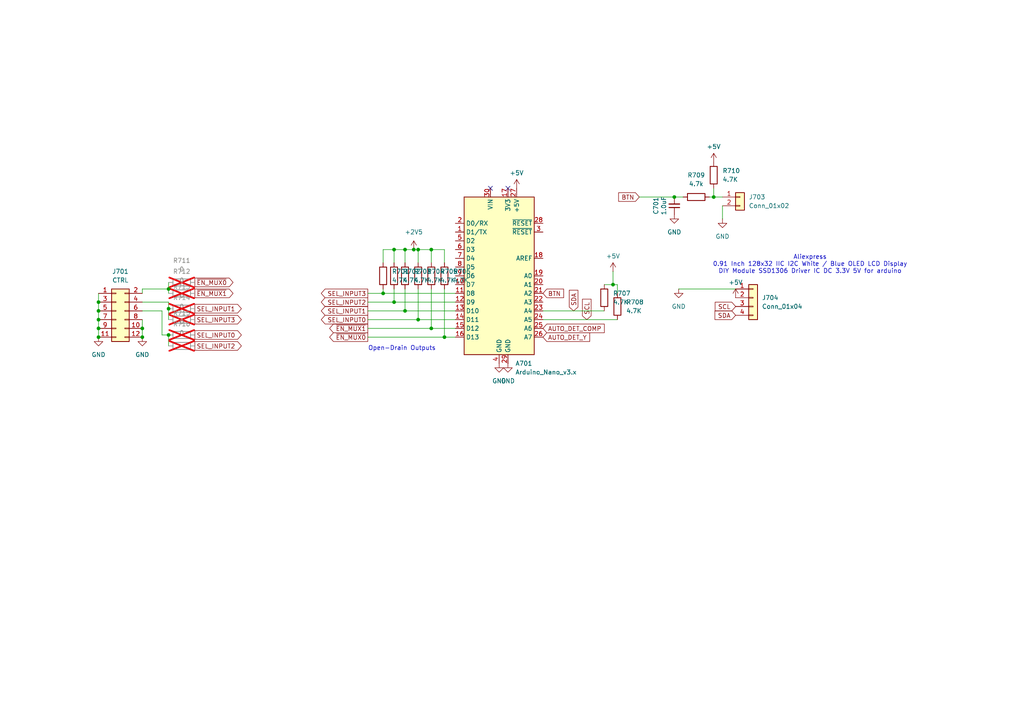
<source format=kicad_sch>
(kicad_sch (version 20250114) (generator "eeschema") (generator_version "9.0")
  (paper "A4")
  (lib_symbols
    (symbol "Connector_Generic:Conn_01x02" (pin_names (offset 1.016) (hide yes))
      (property "Reference" "J" (at 0 2.54 0))
      (property "Value" "Conn_01x02" (at 0 -5.08 0))
      (symbol "Conn_01x02_1_1"
        (rectangle (start -1.27 1.27) (end 1.27 -3.81) (stroke (width 0.254)) (fill (type background)))
        (rectangle (start -1.27 0.127) (end 0 -0.127) (stroke (width 0.1524)))
        (rectangle (start -1.27 -2.413) (end 0 -2.667) (stroke (width 0.1524)))
        (pin passive line (at -5.08 0 0) (length 3.81) (name "Pin_1") (number "1"))
        (pin passive line (at -5.08 -2.54 0) (length 3.81) (name "Pin_2") (number "2"))
      )
    )
    (symbol "Connector_Generic:Conn_01x04" (pin_names (offset 1.016) (hide yes))
      (property "Reference" "J" (at 0 5.08 0))
      (property "Value" "Conn_01x04" (at 0 -7.62 0))
      (symbol "Conn_01x04_1_1"
        (rectangle (start -1.27 3.81) (end 1.27 -6.35) (stroke (width 0.254)) (fill (type background)))
        (rectangle (start -1.27 2.667) (end 0 2.413) (stroke (width 0.1524)))
        (rectangle (start -1.27 0.127) (end 0 -0.127) (stroke (width 0.1524)))
        (rectangle (start -1.27 -2.413) (end 0 -2.667) (stroke (width 0.1524)))
        (rectangle (start -1.27 -4.953) (end 0 -5.207) (stroke (width 0.1524)))
        (pin passive line (at -5.08 2.54 0) (length 3.81) (name "Pin_1") (number "1"))
        (pin passive line (at -5.08 0 0) (length 3.81) (name "Pin_2") (number "2"))
        (pin passive line (at -5.08 -2.54 0) (length 3.81) (name "Pin_3") (number "3"))
        (pin passive line (at -5.08 -5.08 0) (length 3.81) (name "Pin_4") (number "4"))
      )
    )
    (symbol "Connector_Generic:Conn_02x06_Odd_Even" (pin_names (offset 1.016) (hide yes))
      (property "Reference" "J" (at 1.27 7.62 0))
      (property "Value" "Conn_02x06_Odd_Even" (at 1.27 -10.16 0))
      (symbol "Conn_02x06_Odd_Even_1_1"
        (rectangle (start -1.27 6.35) (end 3.81 -8.89) (stroke (width 0.254)) (fill (type background)))
        (rectangle (start -1.27 5.207) (end 0 4.953) (stroke (width 0.1524)))
        (rectangle (start -1.27 2.667) (end 0 2.413) (stroke (width 0.1524)))
        (rectangle (start -1.27 0.127) (end 0 -0.127) (stroke (width 0.1524)))
        (rectangle (start -1.27 -2.413) (end 0 -2.667) (stroke (width 0.1524)))
        (rectangle (start -1.27 -4.953) (end 0 -5.207) (stroke (width 0.1524)))
        (rectangle (start -1.27 -7.493) (end 0 -7.747) (stroke (width 0.1524)))
        (rectangle (start 3.81 5.207) (end 2.54 4.953) (stroke (width 0.1524)))
        (rectangle (start 3.81 2.667) (end 2.54 2.413) (stroke (width 0.1524)))
        (rectangle (start 3.81 0.127) (end 2.54 -0.127) (stroke (width 0.1524)))
        (rectangle (start 3.81 -2.413) (end 2.54 -2.667) (stroke (width 0.1524)))
        (rectangle (start 3.81 -4.953) (end 2.54 -5.207) (stroke (width 0.1524)))
        (rectangle (start 3.81 -7.493) (end 2.54 -7.747) (stroke (width 0.1524)))
        (pin passive line (at -5.08 5.08 0) (length 3.81) (name "Pin_1") (number "1"))
        (pin passive line (at -5.08 2.54 0) (length 3.81) (name "Pin_3") (number "3"))
        (pin passive line (at -5.08 0 0) (length 3.81) (name "Pin_5") (number "5"))
        (pin passive line (at -5.08 -2.54 0) (length 3.81) (name "Pin_7") (number "7"))
        (pin passive line (at -5.08 -5.08 0) (length 3.81) (name "Pin_9") (number "9"))
        (pin passive line (at -5.08 -7.62 0) (length 3.81) (name "Pin_11") (number "11"))
        (pin passive line (at 7.62 5.08 180) (length 3.81) (name "Pin_2") (number "2"))
        (pin passive line (at 7.62 2.54 180) (length 3.81) (name "Pin_4") (number "4"))
        (pin passive line (at 7.62 0 180) (length 3.81) (name "Pin_6") (number "6"))
        (pin passive line (at 7.62 -2.54 180) (length 3.81) (name "Pin_8") (number "8"))
        (pin passive line (at 7.62 -5.08 180) (length 3.81) (name "Pin_10") (number "10"))
        (pin passive line (at 7.62 -7.62 180) (length 3.81) (name "Pin_12") (number "12"))
      )
    )
    (symbol "Device:C_Small" (pin_numbers (hide yes)) (pin_names (offset 0.254) (hide yes))
      (property "Reference" "C" (at 0.254 1.778 0))
      (property "Value" "C_Small" (at 0.254 -2.032 0))
      (symbol "C_Small_0_1"
        (polyline (pts (xy -1.524 0.508) (xy 1.524 0.508)) (stroke (width 0.3048)))
        (polyline (pts (xy -1.524 -0.508) (xy 1.524 -0.508)) (stroke (width 0.3302)))
      )
      (symbol "C_Small_1_1"
        (pin passive line (at 0 2.54 270) (length 2.032) (name "~") (number "1"))
        (pin passive line (at 0 -2.54 90) (length 2.032) (name "~") (number "2"))
      )
    )
    (symbol "Device:R" (pin_numbers (hide yes)) (pin_names (offset 0))
      (property "Reference" "R" (at 2.032 0 90))
      (property "Value" "R" (at 0 0 90))
      (symbol "R_0_1"
        (rectangle (start -1.016 -2.54) (end 1.016 2.54) (stroke (width 0.254)))
      )
      (symbol "R_1_1"
        (pin passive line (at 0 3.81 270) (length 1.27) (name "~") (number "1"))
        (pin passive line (at 0 -3.81 90) (length 1.27) (name "~") (number "2"))
      )
    )
    (symbol "MCU_Module:Arduino_Nano_v3.x"
      (property "Reference" "A" (at -10.16 23.495 0))
      (property "Value" "Arduino_Nano_v3.x" (at 5.08 -24.13 0))
      (symbol "Arduino_Nano_v3.x_0_1"
        (rectangle (start -10.16 22.86) (end 10.16 -22.86) (stroke (width 0.254)) (fill (type background)))
      )
      (symbol "Arduino_Nano_v3.x_1_1"
        (pin bidirectional line (at -12.7 15.24 0) (length 2.54) (name "D0/RX") (number "2"))
        (pin bidirectional line (at -12.7 12.7 0) (length 2.54) (name "D1/TX") (number "1"))
        (pin bidirectional line (at -12.7 10.16 0) (length 2.54) (name "D2") (number "5"))
        (pin bidirectional line (at -12.7 7.62 0) (length 2.54) (name "D3") (number "6"))
        (pin bidirectional line (at -12.7 5.08 0) (length 2.54) (name "D4") (number "7"))
        (pin bidirectional line (at -12.7 2.54 0) (length 2.54) (name "D5") (number "8"))
        (pin bidirectional line (at -12.7 0 0) (length 2.54) (name "D6") (number "9"))
        (pin bidirectional line (at -12.7 -2.54 0) (length 2.54) (name "D7") (number "10"))
        (pin bidirectional line (at -12.7 -5.08 0) (length 2.54) (name "D8") (number "11"))
        (pin bidirectional line (at -12.7 -7.62 0) (length 2.54) (name "D9") (number "12"))
        (pin bidirectional line (at -12.7 -10.16 0) (length 2.54) (name "D10") (number "13"))
        (pin bidirectional line (at -12.7 -12.7 0) (length 2.54) (name "D11") (number "14"))
        (pin bidirectional line (at -12.7 -15.24 0) (length 2.54) (name "D12") (number "15"))
        (pin bidirectional line (at -12.7 -17.78 0) (length 2.54) (name "D13") (number "16"))
        (pin power_in line (at -2.54 25.4 270) (length 2.54) (name "VIN") (number "30"))
        (pin power_in line (at 0 -25.4 90) (length 2.54) (name "GND") (number "4"))
        (pin power_out line (at 2.54 25.4 270) (length 2.54) (name "3V3") (number "17"))
        (pin power_in line (at 2.54 -25.4 90) (length 2.54) (name "GND") (number "29"))
        (pin power_out line (at 5.08 25.4 270) (length 2.54) (name "+5V") (number "27"))
        (pin input line (at 12.7 15.24 180) (length 2.54) (name "~{RESET}") (number "28"))
        (pin input line (at 12.7 12.7 180) (length 2.54) (name "~{RESET}") (number "3"))
        (pin input line (at 12.7 5.08 180) (length 2.54) (name "AREF") (number "18"))
        (pin bidirectional line (at 12.7 0 180) (length 2.54) (name "A0") (number "19"))
        (pin bidirectional line (at 12.7 -2.54 180) (length 2.54) (name "A1") (number "20"))
        (pin bidirectional line (at 12.7 -5.08 180) (length 2.54) (name "A2") (number "21"))
        (pin bidirectional line (at 12.7 -7.62 180) (length 2.54) (name "A3") (number "22"))
        (pin bidirectional line (at 12.7 -10.16 180) (length 2.54) (name "A4") (number "23"))
        (pin bidirectional line (at 12.7 -12.7 180) (length 2.54) (name "A5") (number "24"))
        (pin bidirectional line (at 12.7 -15.24 180) (length 2.54) (name "A6") (number "25"))
        (pin bidirectional line (at 12.7 -17.78 180) (length 2.54) (name "A7") (number "26"))
      )
    )
    (symbol "power:+2V5" (power) (pin_numbers (hide yes)) (pin_names (offset 0) (hide yes))
      (property "Value" "+2V5" (at 0 3.556 0))
      (symbol "+2V5_0_1"
        (polyline (pts (xy -0.762 1.27) (xy 0 2.54)))
        (polyline (pts (xy 0 2.54) (xy 0.762 1.27)))
        (polyline (pts (xy 0 0) (xy 0 2.54)))
      )
      (symbol "+2V5_1_1"
        (pin power_in line (at 0 0 90) (length 0) (name "~") (number "1"))
      )
    )
    (symbol "power:+5V" (power) (pin_numbers (hide yes)) (pin_names (offset 0) (hide yes))
      (property "Value" "+5V" (at 0 3.556 0))
      (symbol "+5V_0_1"
        (polyline (pts (xy -0.762 1.27) (xy 0 2.54)))
        (polyline (pts (xy 0 2.54) (xy 0.762 1.27)))
        (polyline (pts (xy 0 0) (xy 0 2.54)))
      )
      (symbol "+5V_1_1"
        (pin power_in line (at 0 0 90) (length 0) (name "~") (number "1"))
      )
    )
    (symbol "power:GND" (power) (pin_numbers (hide yes)) (pin_names (offset 0) (hide yes))
      (property "Value" "GND" (at 0 -3.81 0))
      (symbol "GND_0_1"
        (polyline (pts (xy 0 0) (xy 0 -1.27) (xy 1.27 -1.27) (xy 0 -2.54) (xy -1.27 -1.27) (xy 0 -1.27)))
      )
      (symbol "GND_1_1"
        (pin power_in line (at 0 0 270) (length 0) (name "~") (number "1"))
      )
    )
  )
  (text "Open-Drain Outputs" (at 116.586 101.092 0) (effects (font (size 1.27 1.27))))
  (text "Aliexpress\n0.91 Inch 128x32 IIC I2C White / Blue OLED LCD Display\nDIY Module SSD1306 Driver IC DC 3.3V 5V for arduino" (at 234.95 76.708 0) (effects (font (size 1.27 1.27))))
  (junction (at 48.895 83.82))
  (junction (at 117.475 72.39))
  (junction (at 111.125 85.09))
  (junction (at 41.275 97.79))
  (junction (at 117.475 90.17))
  (junction (at 207.01 57.15))
  (junction (at 125.095 72.39))
  (junction (at 125.095 95.25))
  (junction (at 28.575 95.25))
  (junction (at 48.895 89.535))
  (junction (at 28.575 87.63))
  (junction (at 120.015 72.39))
  (junction (at 195.58 57.15))
  (junction (at 177.8 82.55))
  (junction (at 28.575 92.71))
  (junction (at 28.575 90.17))
  (junction (at 121.285 72.39))
  (junction (at 41.275 95.25))
  (junction (at 114.3 72.39))
  (junction (at 128.905 97.79))
  (junction (at 121.285 92.71))
  (junction (at 28.575 97.79))
  (junction (at 114.3 87.63))
  (junction (at 48.895 97.155))
  (no_connect (at 142.24 54.61))
  (no_connect (at 147.32 54.61))
  (wire (pts (xy 121.285 76.2) (xy 121.285 72.39)))
  (wire (pts (xy 205.74 57.15) (xy 207.01 57.15)))
  (wire (pts (xy 28.575 95.25) (xy 28.575 97.79)))
  (wire (pts (xy 114.3 76.2) (xy 114.3 72.39)))
  (wire (pts (xy 128.905 72.39) (xy 125.095 72.39)))
  (wire (pts (xy 46.99 97.155) (xy 48.895 97.155)))
  (wire (pts (xy 175.26 82.55) (xy 177.8 82.55)))
  (wire (pts (xy 28.575 90.17) (xy 28.575 92.71)))
  (wire (pts (xy 106.68 87.63) (xy 114.3 87.63)))
  (wire (pts (xy 48.895 83.82) (xy 48.895 85.09)))
  (wire (pts (xy 41.275 87.63) (xy 48.895 87.63)))
  (wire (pts (xy 111.125 76.2) (xy 111.125 72.39)))
  (wire (pts (xy 196.85 83.82) (xy 213.36 83.82)))
  (wire (pts (xy 128.905 83.82) (xy 128.905 97.79)))
  (wire (pts (xy 106.68 90.17) (xy 117.475 90.17)))
  (wire (pts (xy 177.8 82.55) (xy 179.07 82.55)))
  (wire (pts (xy 106.68 85.09) (xy 111.125 85.09)))
  (wire (pts (xy 41.275 92.71) (xy 41.275 95.25)))
  (wire (pts (xy 28.575 85.09) (xy 28.575 87.63)))
  (wire (pts (xy 114.3 83.82) (xy 114.3 87.63)))
  (wire (pts (xy 114.3 87.63) (xy 132.08 87.63)))
  (wire (pts (xy 179.07 85.09) (xy 179.07 82.55)))
  (wire (pts (xy 41.275 90.17) (xy 46.99 90.17)))
  (wire (pts (xy 120.015 72.39) (xy 121.285 72.39)))
  (wire (pts (xy 111.125 72.39) (xy 114.3 72.39)))
  (wire (pts (xy 41.275 85.09) (xy 41.275 83.82)))
  (wire (pts (xy 121.285 72.39) (xy 125.095 72.39)))
  (wire (pts (xy 46.99 90.17) (xy 46.99 97.155)))
  (wire (pts (xy 209.55 59.69) (xy 209.55 63.5)))
  (wire (pts (xy 117.475 90.17) (xy 132.08 90.17)))
  (wire (pts (xy 111.125 83.82) (xy 111.125 85.09)))
  (wire (pts (xy 117.475 72.39) (xy 117.475 76.2)))
  (wire (pts (xy 157.48 90.17) (xy 175.26 90.17)))
  (wire (pts (xy 195.58 57.15) (xy 198.12 57.15)))
  (wire (pts (xy 48.895 87.63) (xy 48.895 89.535)))
  (wire (pts (xy 106.68 92.71) (xy 121.285 92.71)))
  (wire (pts (xy 41.275 95.25) (xy 41.275 97.79)))
  (wire (pts (xy 125.095 95.25) (xy 132.08 95.25)))
  (wire (pts (xy 48.895 83.82) (xy 48.895 81.915)))
  (wire (pts (xy 106.68 97.79) (xy 128.905 97.79)))
  (wire (pts (xy 114.3 72.39) (xy 117.475 72.39)))
  (wire (pts (xy 48.895 89.535) (xy 48.895 92.71)))
  (wire (pts (xy 41.275 83.82) (xy 48.895 83.82)))
  (wire (pts (xy 207.01 54.61) (xy 207.01 57.15)))
  (wire (pts (xy 106.68 95.25) (xy 125.095 95.25)))
  (wire (pts (xy 207.01 57.15) (xy 209.55 57.15)))
  (wire (pts (xy 128.905 76.2) (xy 128.905 72.39)))
  (wire (pts (xy 48.895 97.155) (xy 48.895 100.33)))
  (wire (pts (xy 125.095 83.82) (xy 125.095 95.25)))
  (wire (pts (xy 117.475 72.39) (xy 120.015 72.39)))
  (wire (pts (xy 121.285 92.71) (xy 132.08 92.71)))
  (wire (pts (xy 128.905 97.79) (xy 132.08 97.79)))
  (wire (pts (xy 177.8 78.74) (xy 177.8 82.55)))
  (wire (pts (xy 125.095 76.2) (xy 125.095 72.39)))
  (wire (pts (xy 185.42 57.15) (xy 195.58 57.15)))
  (wire (pts (xy 111.125 85.09) (xy 132.08 85.09)))
  (wire (pts (xy 28.575 92.71) (xy 28.575 95.25)))
  (wire (pts (xy 157.48 92.71) (xy 179.07 92.71)))
  (wire (pts (xy 121.285 83.82) (xy 121.285 92.71)))
  (wire (pts (xy 28.575 87.63) (xy 28.575 90.17)))
  (wire (pts (xy 117.475 83.82) (xy 117.475 90.17)))
  (global_label "AUTO_DET_Y" (shape input) (at 157.48 97.79 0) (property "Intersheetrefs" "${INTERSHEET_REFS}" (effects (hide yes))))
  (global_label "SEL_INPUT0" (shape output) (at 106.68 92.71 180) (property "Intersheetrefs" "${INTERSHEET_REFS}" (effects (hide yes))))
  (global_label "~{EN_MUX1}" (shape output) (at 56.515 85.09 0) (property "Intersheetrefs" "${INTERSHEET_REFS}" (effects (hide yes))))
  (global_label "SEL_INPUT2" (shape output) (at 56.515 100.33 0) (property "Intersheetrefs" "${INTERSHEET_REFS}" (effects (hide yes))))
  (global_label "BTN" (shape input) (at 157.48 85.09 0) (property "Intersheetrefs" "${INTERSHEET_REFS}" (effects (hide yes))))
  (global_label "SDA" (shape input) (at 166.37 90.17 90) (property "Intersheetrefs" "${INTERSHEET_REFS}" (effects (hide yes))))
  (global_label "BTN" (shape input) (at 185.42 57.15 180) (property "Intersheetrefs" "${INTERSHEET_REFS}" (effects (hide yes))))
  (global_label "SCL" (shape input) (at 213.36 88.9 180) (property "Intersheetrefs" "${INTERSHEET_REFS}" (effects (hide yes))))
  (global_label "~{EN_MUX1}" (shape output) (at 106.68 95.25 180) (property "Intersheetrefs" "${INTERSHEET_REFS}" (effects (hide yes))))
  (global_label "SEL_INPUT0" (shape output) (at 56.515 97.155 0) (property "Intersheetrefs" "${INTERSHEET_REFS}" (effects (hide yes))))
  (global_label "SEL_INPUT3" (shape output) (at 56.515 92.71 0) (property "Intersheetrefs" "${INTERSHEET_REFS}" (effects (hide yes))))
  (global_label "SEL_INPUT1" (shape output) (at 106.68 90.17 180) (property "Intersheetrefs" "${INTERSHEET_REFS}" (effects (hide yes))))
  (global_label "SEL_INPUT3" (shape output) (at 106.68 85.09 180) (property "Intersheetrefs" "${INTERSHEET_REFS}" (effects (hide yes))))
  (global_label "~{EN_MUX0}" (shape output) (at 56.515 81.915 0) (property "Intersheetrefs" "${INTERSHEET_REFS}" (effects (hide yes))))
  (global_label "SEL_INPUT1" (shape output) (at 56.515 89.535 0) (property "Intersheetrefs" "${INTERSHEET_REFS}" (effects (hide yes))))
  (global_label "SDA" (shape input) (at 213.36 91.44 180) (property "Intersheetrefs" "${INTERSHEET_REFS}" (effects (hide yes))))
  (global_label "SCL" (shape input) (at 170.18 92.71 90) (property "Intersheetrefs" "${INTERSHEET_REFS}" (effects (hide yes))))
  (global_label "AUTO_DET_COMP" (shape input) (at 157.48 95.25 0) (property "Intersheetrefs" "${INTERSHEET_REFS}" (effects (hide yes))))
  (global_label "SEL_INPUT2" (shape output) (at 106.68 87.63 180) (property "Intersheetrefs" "${INTERSHEET_REFS}" (effects (hide yes))))
  (global_label "~{EN_MUX0}" (shape output) (at 106.68 97.79 180) (property "Intersheetrefs" "${INTERSHEET_REFS}" (effects (hide yes))))
  (symbol (lib_id "Connector_Generic:Conn_01x02") (at 214.63 57.15 0) (unit 1)
    (property "Reference" "J703" (at 217.17 57.1499 0) (effects (justify left)))
    (property "Value" "Conn_01x02" (at 217.17 59.6899 0) (effects (justify left)))
    (property "Footprint" "Connector_PinHeader_2.54mm:PinHeader_1x02_P2.54mm_Vertical" (effects (hide yes)))
    (property "Description" "Generic connector, single row, 01x02, script generated (kicad-library-utils/schlib/autogen/connector/)" (effects (hide yes)))
  )
  (symbol (lib_id "Device:R") (at 52.705 81.915 90) (unit 1) (dnp yes)
    (property "Reference" "R711" (at 52.705 75.565 90))
    (property "Value" "0" (at 52.705 78.105 90))
    (property "Footprint" "Resistor_SMD:R_0805_2012Metric" (effects (hide yes)))
    (property "Description" "Resistor" (effects (hide yes)))
  )
  (symbol (lib_id "Device:R") (at 114.3 80.01 0) (unit 1)
    (property "Reference" "R702" (at 116.84 78.7399 0) (effects (justify left)))
    (property "Value" "4.7K" (at 116.84 81.2799 0) (effects (justify left)))
    (property "Footprint" "Resistor_SMD:R_0805_2012Metric" (effects (hide yes)))
    (property "Description" "Resistor" (effects (hide yes)))
  )
  (symbol (lib_id "Device:R") (at 117.475 80.01 0) (unit 1)
    (property "Reference" "R703" (at 120.015 78.7399 0) (effects (justify left)))
    (property "Value" "4.7K" (at 120.015 81.2799 0) (effects (justify left)))
    (property "Footprint" "Resistor_SMD:R_0805_2012Metric" (effects (hide yes)))
    (property "Description" "Resistor" (effects (hide yes)))
  )
  (symbol (lib_id "Device:R") (at 52.705 92.71 90) (unit 1) (dnp yes)
    (property "Reference" "R714" (at 52.705 86.36 90))
    (property "Value" "0" (at 52.705 88.9 90))
    (property "Footprint" "Resistor_SMD:R_0805_2012Metric" (effects (hide yes)))
    (property "Description" "Resistor" (effects (hide yes)))
  )
  (symbol (lib_id "Device:R") (at 52.705 89.535 90) (unit 1) (dnp yes)
    (property "Reference" "R713" (at 52.705 83.185 90))
    (property "Value" "0" (at 52.705 85.725 90))
    (property "Footprint" "Resistor_SMD:R_0805_2012Metric" (effects (hide yes)))
    (property "Description" "Resistor" (effects (hide yes)))
  )
  (symbol (lib_id "power:+5V") (at 213.36 86.36 0) (unit 1)
    (property "Reference" "#PWR0705" (effects (hide yes)))
    (property "Value" "+5V" (at 213.36 81.915 0))
    (property "Description" "Power symbol creates a global label with name \"+5V\"" (effects (hide yes)))
  )
  (symbol (lib_id "power:GND") (at 209.55 63.5 0) (unit 1)
    (property "Reference" "#PWR0714" (effects (hide yes)))
    (property "Value" "GND" (at 209.55 68.58 0))
    (property "Description" "Power symbol creates a global label with name \"GND\" , ground" (effects (hide yes)))
  )
  (symbol (lib_id "Device:C_Small") (at 195.58 59.69 180) (unit 1)
    (property "Reference" "C701" (at 190.246 59.69 90))
    (property "Value" "1.0uF" (at 192.532 59.69 90))
    (property "Footprint" "Capacitor_SMD:C_0402_1005Metric" (effects (hide yes)))
    (property "Description" "Unpolarized capacitor, small symbol" (effects (hide yes)))
  )
  (symbol (lib_id "power:GND") (at 144.78 105.41 0) (unit 1)
    (property "Reference" "#PWR0710" (effects (hide yes)))
    (property "Value" "GND" (at 144.78 110.49 0))
    (property "Description" "Power symbol creates a global label with name \"GND\" , ground" (effects (hide yes)))
  )
  (symbol (lib_id "Device:R") (at 179.07 88.9 0) (unit 1)
    (property "Reference" "R708" (at 181.61 87.6299 0) (effects (justify left)))
    (property "Value" "4.7K" (at 181.61 90.1699 0) (effects (justify left)))
    (property "Footprint" "Resistor_SMD:R_0805_2012Metric" (effects (hide yes)))
    (property "Description" "Resistor" (effects (hide yes)))
  )
  (symbol (lib_id "power:GND") (at 41.275 97.79 0) (unit 1)
    (property "Reference" "#PWR0703" (effects (hide yes)))
    (property "Value" "GND" (at 41.275 102.87 0))
    (property "Description" "Power symbol creates a global label with name \"GND\" , ground" (effects (hide yes)))
  )
  (symbol (lib_id "Device:R") (at 111.125 80.01 0) (unit 1)
    (property "Reference" "R701" (at 113.665 78.7399 0) (effects (justify left)))
    (property "Value" "4.7K" (at 113.665 81.2799 0) (effects (justify left)))
    (property "Footprint" "Resistor_SMD:R_0805_2012Metric" (effects (hide yes)))
    (property "Description" "Resistor" (effects (hide yes)))
  )
  (symbol (lib_id "power:GND") (at 147.32 105.41 0) (unit 1)
    (property "Reference" "#PWR0711" (effects (hide yes)))
    (property "Value" "GND" (at 147.32 110.49 0))
    (property "Description" "Power symbol creates a global label with name \"GND\" , ground" (effects (hide yes)))
  )
  (symbol (lib_id "Device:R") (at 52.705 85.09 90) (unit 1) (dnp yes)
    (property "Reference" "R712" (at 52.705 78.74 90))
    (property "Value" "0" (at 52.705 81.28 90))
    (property "Footprint" "Resistor_SMD:R_0805_2012Metric" (effects (hide yes)))
    (property "Description" "Resistor" (effects (hide yes)))
  )
  (symbol (lib_id "Device:R") (at 201.93 57.15 90) (unit 1)
    (property "Reference" "R709" (at 201.93 50.8 90))
    (property "Value" "4.7k" (at 201.93 53.34 90))
    (property "Footprint" "Resistor_SMD:R_0805_2012Metric" (effects (hide yes)))
    (property "Description" "Resistor" (effects (hide yes)))
  )
  (symbol (lib_id "Device:R") (at 207.01 50.8 0) (unit 1)
    (property "Reference" "R710" (at 209.55 49.5299 0) (effects (justify left)))
    (property "Value" "4.7K" (at 209.55 52.0699 0) (effects (justify left)))
    (property "Footprint" "Resistor_SMD:R_0805_2012Metric" (effects (hide yes)))
    (property "Description" "Resistor" (effects (hide yes)))
  )
  (symbol (lib_id "Device:R") (at 125.095 80.01 0) (unit 1)
    (property "Reference" "R705" (at 127.635 78.7399 0) (effects (justify left)))
    (property "Value" "4.7K" (at 127.635 81.2799 0) (effects (justify left)))
    (property "Footprint" "Resistor_SMD:R_0805_2012Metric" (effects (hide yes)))
    (property "Description" "Resistor" (effects (hide yes)))
  )
  (symbol (lib_id "MCU_Module:Arduino_Nano_v3.x") (at 144.78 80.01 0) (unit 1)
    (property "Reference" "A701" (at 149.4633 105.41 0) (effects (justify left)))
    (property "Value" "Arduino_Nano_v3.x" (at 149.4633 107.95 0) (effects (justify left)))
    (property "Footprint" "Module:Arduino_Nano" (effects (hide yes)))
    (property "Datasheet" "http://www.mouser.com/pdfdocs/Gravitech_Arduino_Nano3_0.pdf" (effects (hide yes)))
    (property "Description" "Arduino Nano v3.x" (effects (hide yes)))
  )
  (symbol (lib_id "power:+5V") (at 177.8 78.74 0) (unit 1)
    (property "Reference" "#PWR0706" (effects (hide yes)))
    (property "Value" "+5V" (at 177.8 74.295 0))
    (property "Description" "Power symbol creates a global label with name \"+5V\"" (effects (hide yes)))
  )
  (symbol (lib_id "power:GND") (at 196.85 83.82 0) (unit 1)
    (property "Reference" "#PWR0713" (effects (hide yes)))
    (property "Value" "GND" (at 196.85 88.9 0))
    (property "Description" "Power symbol creates a global label with name \"GND\" , ground" (effects (hide yes)))
  )
  (symbol (lib_id "Device:R") (at 52.705 100.33 90) (unit 1) (dnp yes)
    (property "Reference" "R716" (at 52.705 93.98 90))
    (property "Value" "0" (at 52.705 96.52 90))
    (property "Footprint" "Resistor_SMD:R_0805_2012Metric" (effects (hide yes)))
    (property "Description" "Resistor" (effects (hide yes)))
  )
  (symbol (lib_id "power:+5V") (at 149.86 54.61 0) (unit 1)
    (property "Reference" "#PWR0702" (effects (hide yes)))
    (property "Value" "+5V" (at 149.86 50.165 0))
    (property "Description" "Power symbol creates a global label with name \"+5V\"" (effects (hide yes)))
  )
  (symbol (lib_id "Device:R") (at 52.705 97.155 90) (unit 1) (dnp yes)
    (property "Reference" "R715" (at 52.705 90.805 90))
    (property "Value" "0" (at 52.705 93.345 90))
    (property "Footprint" "Resistor_SMD:R_0805_2012Metric" (effects (hide yes)))
    (property "Description" "Resistor" (effects (hide yes)))
  )
  (symbol (lib_id "Device:R") (at 121.285 80.01 0) (unit 1)
    (property "Reference" "R704" (at 123.825 78.7399 0) (effects (justify left)))
    (property "Value" "4.7K" (at 123.825 81.2799 0) (effects (justify left)))
    (property "Footprint" "Resistor_SMD:R_0805_2012Metric" (effects (hide yes)))
    (property "Description" "Resistor" (effects (hide yes)))
  )
  (symbol (lib_id "Device:R") (at 128.905 80.01 0) (unit 1)
    (property "Reference" "R706" (at 131.445 78.7399 0) (effects (justify left)))
    (property "Value" "4.7K" (at 131.445 81.2799 0) (effects (justify left)))
    (property "Footprint" "Resistor_SMD:R_0805_2012Metric" (effects (hide yes)))
    (property "Description" "Resistor" (effects (hide yes)))
  )
  (symbol (lib_id "power:GND") (at 195.58 62.23 0) (unit 1)
    (property "Reference" "#PWR0712" (effects (hide yes)))
    (property "Value" "GND" (at 195.58 67.31 0))
    (property "Description" "Power symbol creates a global label with name \"GND\" , ground" (effects (hide yes)))
  )
  (symbol (lib_id "power:GND") (at 28.575 97.79 0) (unit 1)
    (property "Reference" "#PWR0701" (effects (hide yes)))
    (property "Value" "GND" (at 28.575 102.87 0))
    (property "Description" "Power symbol creates a global label with name \"GND\" , ground" (effects (hide yes)))
  )
  (symbol (lib_id "power:+2V5") (at 120.015 72.39 0) (unit 1)
    (property "Reference" "#PWR0709" (effects (hide yes)))
    (property "Value" "+2V5" (at 120.015 67.31 0))
    (property "Description" "Power symbol creates a global label with name \"+2V5\"" (effects (hide yes)))
  )
  (symbol (lib_id "Connector_Generic:Conn_01x04") (at 218.44 86.36 0) (unit 1)
    (property "Reference" "J704" (at 220.98 86.3599 0) (effects (justify left)))
    (property "Value" "Conn_01x04" (at 220.98 88.8999 0) (effects (justify left)))
    (property "Footprint" "Connector_PinHeader_2.54mm:PinHeader_1x04_P2.54mm_Vertical" (effects (hide yes)))
    (property "Description" "Generic connector, single row, 01x04, script generated (kicad-library-utils/schlib/autogen/connector/)" (effects (hide yes)))
  )
  (symbol (lib_id "Device:R") (at 175.26 86.36 0) (unit 1)
    (property "Reference" "R707" (at 177.8 85.0899 0) (effects (justify left)))
    (property "Value" "4.7K" (at 177.8 87.6299 0) (effects (justify left)))
    (property "Footprint" "Resistor_SMD:R_0805_2012Metric" (effects (hide yes)))
    (property "Description" "Resistor" (effects (hide yes)))
  )
  (symbol (lib_id "power:+5V") (at 207.01 46.99 0) (unit 1)
    (property "Reference" "#PWR0704" (effects (hide yes)))
    (property "Value" "+5V" (at 207.01 42.545 0))
    (property "Description" "Power symbol creates a global label with name \"+5V\"" (effects (hide yes)))
  )
  (symbol (lib_id "Connector_Generic:Conn_02x06_Odd_Even") (at 33.655 90.17 0) (unit 1)
    (property "Reference" "J701" (at 34.925 78.74 0))
    (property "Value" "CTRL" (at 34.925 81.28 0))
    (property "Footprint" "avswitch:amphenol-HLW12R-2C7LF" (effects (hide yes)))
    (property "Description" "Generic connector, double row, 02x06, odd/even pin numbering scheme (row 1 odd numbers, row 2 even numbers), script generated (kicad-library-utils/schlib/autogen/connector/)" (effects (hide yes)))
  )
)
</source>
